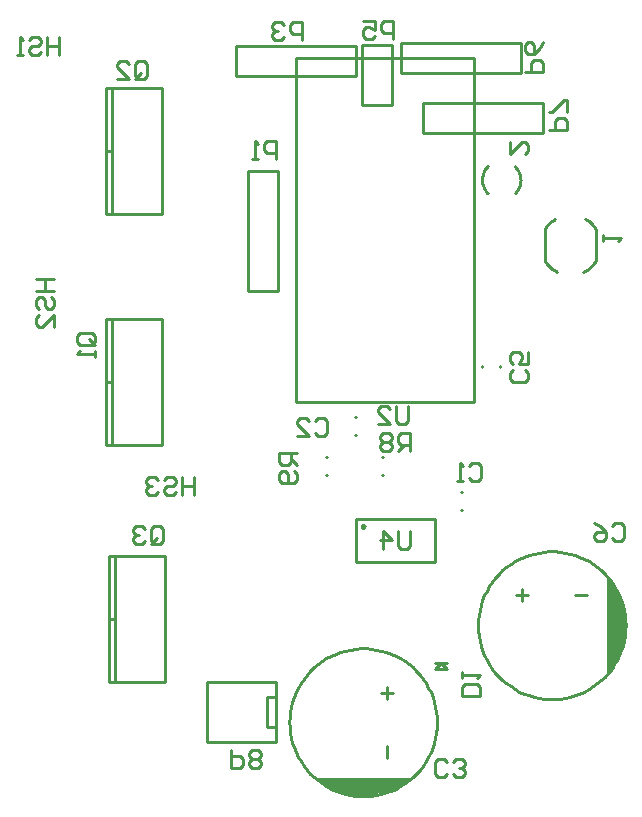
<source format=gbo>
%FSTAX24Y24*%
%MOIN*%
%SFA1B1*%

%IPPOS*%
%ADD40C,0.010000*%
%LNpcb-1*%
%LPD*%
G36*
X034092Y01886D02*
X03398D01*
X03379Y01867*
X0336*
X03348Y01855*
X03319*
X033095Y018455*
X032324*
X03224Y01854*
X03193*
X03179Y01868*
X0316*
X03144Y01884*
X031327*
X03113Y019037*
X03427*
X034092Y01886*
G37*
G36*
X04104Y025542D02*
Y02543D01*
X04123Y02524*
Y02505*
X04135Y02493*
Y02464*
X041444Y024545*
Y023774*
X04136Y02369*
Y02338*
X04122Y02324*
Y02305*
X04106Y02289*
Y022777*
X040862Y02258*
Y02572*
X04104Y025542*
G37*
G54D40*
X03274Y02745D02*
D01*
X032739Y027453*
X032739Y027456*
X032738Y02746*
X032738Y027463*
X032736Y027467*
X032735Y02747*
X032734Y027473*
X032732Y027476*
X03273Y027479*
X032728Y027482*
X032725Y027484*
X032723Y027487*
X03272Y027489*
X032717Y027491*
X032715Y027493*
X032711Y027494*
X032708Y027496*
X032705Y027497*
X032702Y027498*
X032698Y027499*
X032695Y027499*
X032691Y027499*
X032688*
X032684Y027499*
X032681Y027499*
X032677Y027498*
X032674Y027497*
X032671Y027496*
X032668Y027494*
X032665Y027493*
X032662Y027491*
X032659Y027489*
X032656Y027487*
X032654Y027484*
X032651Y027482*
X032649Y027479*
X032647Y027476*
X032645Y027473*
X032644Y02747*
X032643Y027467*
X032641Y027463*
X032641Y02746*
X03264Y027456*
X03264Y027453*
X03264Y02745*
X03264Y027446*
X03264Y027443*
X032641Y027439*
X032641Y027436*
X032643Y027432*
X032644Y027429*
X032645Y027426*
X032647Y027423*
X032649Y02742*
X032651Y027417*
X032654Y027415*
X032656Y027412*
X032659Y02741*
X032662Y027408*
X032665Y027406*
X032668Y027405*
X032671Y027403*
X032674Y027402*
X032677Y027401*
X032681Y0274*
X032684Y0274*
X032688Y0274*
X032691*
X032695Y0274*
X032698Y0274*
X032702Y027401*
X032705Y027402*
X032708Y027403*
X032711Y027405*
X032715Y027406*
X032717Y027408*
X03272Y02741*
X032723Y027412*
X032725Y027415*
X032728Y027417*
X03273Y02742*
X032732Y027423*
X032734Y027426*
X032735Y027429*
X032736Y027432*
X032738Y027436*
X032738Y027439*
X032739Y027443*
X032739Y027446*
X03274Y02745*
X040445Y037371D02*
D01*
X040406Y037429*
X040362Y037483*
X040314Y037535*
X040263Y037583*
X040209Y037628*
X040152Y037668*
X040097Y037702*
X039102D02*
D01*
X039043Y037666*
X038986Y037625*
X038932Y03758*
X038881Y037532*
X038834Y03748*
X038791Y037425*
X038754Y037371*
Y036289D02*
D01*
X038793Y036232*
X038837Y036177*
X038885Y036125*
X038936Y036077*
X03899Y036033*
X039047Y035992*
X039107Y035956*
X039169Y035923*
X039171Y035922*
X040028D02*
D01*
X040091Y035955*
X040151Y035991*
X040208Y036032*
X040262Y036076*
X040313Y036124*
X040361Y036175*
X040404Y03623*
X040444Y036288*
X040445Y036289*
X036847Y039452D02*
D01*
X036816Y03942*
X036788Y039385*
X036763Y039348*
X036739Y03931*
X036719Y03927*
X036702Y039229*
X036687Y039187*
X036676Y039144*
X036667Y0391*
X036662Y039055*
X036659Y039011*
X03666Y038966*
X036664Y038921*
X036671Y038877*
X036681Y038834*
X036694Y038791*
X03671Y038749*
X036729Y038709*
X036751Y03867*
X036775Y038632*
X036802Y038597*
X036831Y038563*
X036847Y038547*
X037752D02*
D01*
X037783Y038579*
X037811Y038614*
X037836Y038651*
X03786Y038689*
X03788Y038729*
X037897Y03877*
X037912Y038812*
X037923Y038855*
X037932Y038899*
X037937Y038944*
X03794Y038988*
X037939Y039033*
X037935Y039078*
X037928Y039122*
X037918Y039165*
X037905Y039208*
X037889Y03925*
X03787Y03929*
X037848Y039329*
X037824Y039367*
X037797Y039402*
X037768Y039436*
X037752Y039452*
X03516Y020915D02*
D01*
X035154Y021087*
X035136Y021258*
X035106Y021427*
X035065Y021593*
X035012Y021757*
X034947Y021916*
X034872Y02207*
X034786Y022219*
X03469Y022362*
X034584Y022497*
X03447Y022625*
X034346Y022744*
X034214Y022854*
X034075Y022955*
X03393Y023046*
X033778Y023127*
X033621Y023197*
X03346Y023255*
X033295Y023303*
X033127Y023338*
X032957Y023362*
X032785Y023374*
X032614*
X032442Y023362*
X032272Y023338*
X032104Y023303*
X031939Y023255*
X031778Y023197*
X031621Y023127*
X031469Y023046*
X031324Y022955*
X031185Y022854*
X031053Y022744*
X030929Y022625*
X030815Y022497*
X030709Y022362*
X030613Y022219*
X030527Y02207*
X030452Y021916*
X030387Y021757*
X030334Y021593*
X030293Y021427*
X030263Y021258*
X030245Y021087*
X030239Y020915*
X030245Y020744*
X030263Y020573*
X030293Y020404*
X030334Y020237*
X030387Y020074*
X030452Y019914*
X030527Y01976*
X030613Y019611*
X030709Y019469*
X030815Y019334*
X030929Y019206*
X031053Y019087*
X031185Y018976*
X031324Y018875*
X031469Y018784*
X031621Y018704*
X031778Y018634*
X031939Y018575*
X032104Y018528*
X032272Y018492*
X032442Y018468*
X032614Y018456*
X032785*
X032957Y018468*
X033127Y018492*
X033295Y018528*
X03346Y018575*
X033621Y018634*
X033778Y018704*
X03393Y018784*
X034075Y018875*
X034214Y018976*
X034346Y019087*
X03447Y019206*
X034584Y019334*
X03469Y019469*
X034786Y019611*
X034872Y01976*
X034947Y019914*
X035012Y020074*
X035065Y020237*
X035106Y020404*
X035136Y020573*
X035154Y020744*
X03516Y020915*
X041444Y02415D02*
D01*
X041438Y024321*
X04142Y024492*
X041391Y024661*
X041349Y024828*
X041296Y024991*
X041232Y02515*
X041156Y025305*
X04107Y025453*
X040974Y025596*
X040869Y025731*
X040754Y025859*
X04063Y025978*
X040499Y026089*
X04036Y026189*
X040214Y02628*
X040062Y026361*
X039906Y026431*
X039744Y02649*
X039579Y026537*
X039411Y026573*
X039241Y026597*
X03907Y026609*
X038898*
X038727Y026597*
X038556Y026573*
X038388Y026537*
X038223Y02649*
X038062Y026431*
X037905Y026361*
X037753Y02628*
X037608Y026189*
X037469Y026089*
X037337Y025978*
X037214Y025859*
X037099Y025731*
X036993Y025596*
X036897Y025453*
X036811Y025305*
X036736Y02515*
X036672Y024991*
X036618Y024828*
X036577Y024661*
X036547Y024492*
X036529Y024321*
X036523Y02415*
X036529Y023978*
X036547Y023807*
X036577Y023638*
X036618Y023471*
X036672Y023308*
X036736Y023149*
X036811Y022994*
X036897Y022846*
X036993Y022703*
X037099Y022568*
X037214Y02244*
X037337Y022321*
X037469Y02221*
X037608Y02211*
X037753Y022019*
X037905Y021938*
X038062Y021868*
X038223Y021809*
X038388Y021762*
X038556Y021726*
X038727Y021702*
X038898Y02169*
X03907*
X039241Y021702*
X039411Y021726*
X039579Y021762*
X039744Y021809*
X039906Y021868*
X040062Y021938*
X040214Y022019*
X04036Y02211*
X040499Y02221*
X04063Y022321*
X040754Y02244*
X040869Y022568*
X040974Y022703*
X04107Y022846*
X041156Y022994*
X041232Y023149*
X041296Y023308*
X041349Y023471*
X041391Y023638*
X04142Y023807*
X041438Y023978*
X041444Y02415*
X02948Y02175D02*
X02978D01*
X02948Y02075D02*
Y02175D01*
Y02075D02*
X02978D01*
Y02025D02*
Y02225D01*
X02748D02*
X02978D01*
X02748Y02025D02*
Y02225D01*
Y02025D02*
X02978D01*
X03665Y032746D02*
Y032786D01*
X03725Y032746D02*
Y032786D01*
X024227Y022243D02*
X026078D01*
X024227Y026456D02*
X026078D01*
Y022243D02*
Y026456D01*
X024227Y022243D02*
Y026456D01*
X024424Y022243D02*
Y026456D01*
X024227Y02435D02*
X024424D01*
X0387Y04055D02*
Y04155D01*
X0347D02*
X0387D01*
X0347Y04055D02*
X0387D01*
X0347D02*
Y04155D01*
X03508Y026253D02*
Y0277D01*
X03244Y026253D02*
Y0277D01*
X03508*
X03244Y026253D02*
X03508D01*
X0353Y0229D02*
X0355Y0227D01*
X0351D02*
X0355D01*
X0351D02*
X0353Y0229D01*
X0351D02*
X0355D01*
X024127Y037843D02*
X025978D01*
X024127Y042056D02*
X025978D01*
Y037843D02*
Y042056D01*
X024127Y037843D02*
Y042056D01*
X024324Y037843D02*
Y042056D01*
X024127Y03995D02*
X024324D01*
X024127Y030143D02*
X025978D01*
X024127Y034356D02*
X025978D01*
Y030143D02*
Y034356D01*
X024127Y030143D02*
Y034356D01*
X024324Y030143D02*
Y034356D01*
X024127Y03225D02*
X024324D01*
X040445Y036289D02*
Y037371D01*
X038754Y036289D02*
Y037371D01*
X03795Y04255D02*
Y04355D01*
X03395D02*
X03795D01*
X03395Y04255D02*
X03795D01*
X03395D02*
Y04355D01*
X0364Y0316D02*
Y04305D01*
X03045D02*
X0364D01*
X03045Y0316D02*
Y04305D01*
Y0316D02*
X0364D01*
X028857Y0353D02*
X029842D01*
Y0393*
X028857D02*
X029842D01*
X028857Y0353D02*
Y0393D01*
X03265Y0435D02*
X03365D01*
X03265Y0415D02*
Y0435D01*
Y0415D02*
X03365D01*
Y0435*
X033313Y02975D02*
X033353D01*
X033313Y02915D02*
X033353D01*
X031463Y02975D02*
X031503D01*
X031463Y02915D02*
X031503D01*
X035946Y0286D02*
X035986D01*
X035946Y028D02*
X035986D01*
X03113Y019037D02*
X03427D01*
X033303Y0219D02*
X033703D01*
X033503Y0217D02*
Y0221D01*
Y019731D02*
Y020131D01*
X039768Y02515D02*
X040168D01*
X0378D02*
X0382D01*
X038Y02495D02*
Y02535D01*
X040862Y02258D02*
Y02572D01*
X02845Y04245D02*
Y04345D01*
Y04245D02*
X03245D01*
X02845Y04345D02*
X03245D01*
Y04245D02*
Y04345D01*
X032413Y0305D02*
X032453D01*
X032413Y0311D02*
X032453D01*
X038099Y032649D02*
X038199Y032549D01*
Y032349*
X038099Y03225*
X037699*
X0376Y032349*
Y032549*
X037699Y032649*
X038199Y033249D02*
Y032849D01*
X037899*
X037999Y033049*
Y033149*
X037899Y033249*
X037699*
X0376Y033149*
Y032949*
X037699Y032849*
X02563Y026959D02*
Y027359D01*
X02573Y027459*
X02593*
X02603Y027359*
Y026959*
X02593Y02686*
X02573*
X02583Y027059D02*
X02563Y02686D01*
X02573D02*
X02563Y026959D01*
X02543Y027359D02*
X02533Y027459D01*
X02513*
X02503Y027359*
Y027259*
X02513Y027159*
X02523*
X02513*
X02503Y027059*
Y026959*
X02513Y02686*
X02533*
X02543Y026959*
X02706Y029089D02*
Y02849D01*
Y028789*
X02666*
Y029089*
Y02849*
X02606Y028989D02*
X02616Y029089D01*
X02636*
X02646Y028989*
Y028889*
X02636Y028789*
X02616*
X02606Y028689*
Y028589*
X02616Y02849*
X02636*
X02646Y028589*
X02586Y028989D02*
X02576Y029089D01*
X02556*
X02546Y028989*
Y028889*
X02556Y028789*
X02566*
X02556*
X02546Y028689*
Y028589*
X02556Y02849*
X02576*
X02586Y028589*
X0283Y02D02*
Y0194D01*
X028599*
X028699Y0195*
Y0197*
X028599Y0198*
X0283*
X028899Y0195D02*
X028999Y0194D01*
X029199*
X029299Y0195*
Y0196*
X029199Y0197*
X029299Y0198*
Y0199*
X029199Y02*
X028999*
X028899Y0199*
Y0198*
X028999Y0197*
X028899Y0196*
Y0195*
X028999Y0197D02*
X029199D01*
X03425Y027299D02*
Y026799D01*
X03415Y0267*
X03395*
X03385Y026799*
Y027299*
X03335Y0267D02*
Y027299D01*
X03365Y026999*
X03325*
X0342Y031449D02*
Y030949D01*
X0341Y03085*
X0339*
X0338Y030949*
Y031449*
X0332Y03085D02*
X0336D01*
X0332Y031249*
Y031349*
X0333Y031449*
X0335*
X0336Y031349*
X0305Y0299D02*
X0299D01*
Y0296*
X03Y0295*
X0302*
X0303Y0296*
Y0299*
Y0297D02*
X0305Y0295D01*
X0304Y0293D02*
X0305Y0292D01*
Y029*
X0304Y0289*
X03*
X0299Y029*
Y0292*
X03Y0293*
X0301*
X0302Y0292*
Y0289*
X03425Y02995D02*
Y030549D01*
X03395*
X03385Y030449*
Y030249*
X03395Y030149*
X03425*
X03405D02*
X03385Y02995D01*
X03365Y030449D02*
X03355Y030549D01*
X03335*
X03325Y030449*
Y030349*
X03335Y030249*
X03325Y030149*
Y030049*
X03335Y02995*
X03355*
X03365Y030049*
Y030149*
X03355Y030249*
X03365Y030349*
Y030449*
X03355Y030249D02*
X03335D01*
X0251Y042446D02*
Y042846D01*
X0252Y042945*
X0254*
X0255Y042846*
Y042446*
X0254Y042346*
X0252*
X0253Y042546D02*
X0251Y042346D01*
X0252D02*
X0251Y042446D01*
X0245Y042346D02*
X0249D01*
X0245Y042746*
Y042846*
X0246Y042945*
X0248*
X0249Y042846*
X02365Y0335D02*
X02325D01*
X02315Y0336*
Y0338*
X02325Y0339*
X02365*
X02375Y0338*
Y0336*
X02355Y0337D02*
X02375Y0335D01*
Y0336D02*
X02365Y0335D01*
X02375Y0333D02*
Y0331D01*
Y0332*
X02315*
X02325Y0333*
X0389Y04065D02*
X039499D01*
Y040949*
X039399Y041049*
X039199*
X039099Y040949*
Y04065*
X039499Y041249D02*
Y041649D01*
X039399*
X038999Y041249*
X0389*
X0381Y0426D02*
X038699D01*
Y042899*
X038599Y042999*
X038399*
X038299Y042899*
Y0426*
X038699Y043599D02*
X038599Y043399D01*
X038399Y043199*
X038199*
X0381Y043299*
Y043499*
X038199Y043599*
X038299*
X038399Y043499*
Y043199*
X0337Y0437D02*
Y044299D01*
X0334*
X0333Y044199*
Y043999*
X0334Y043899*
X0337*
X0327Y044299D02*
X0331D01*
Y043999*
X0329Y044099*
X0328*
X0327Y043999*
Y043799*
X0328Y0437*
X033*
X0331Y043799*
X03065Y04365D02*
Y044249D01*
X03035*
X03025Y044149*
Y043949*
X03035Y043849*
X03065*
X03005Y044149D02*
X02995Y044249D01*
X02975*
X02965Y044149*
Y044049*
X02975Y043949*
X02985*
X02975*
X02965Y043849*
Y043749*
X02975Y04365*
X02995*
X03005Y043749*
X02979Y0397D02*
Y040299D01*
X02949*
X02939Y040199*
Y039999*
X02949Y039899*
X02979*
X02919Y0397D02*
X02899D01*
X02909*
Y040299*
X02919Y040199*
X036599Y0218D02*
X036D01*
Y022099*
X036099Y022199*
X036499*
X036599Y022099*
Y0218*
X036Y022399D02*
Y022599D01*
Y022499*
X036599*
X036499Y022399*
X035499Y0192D02*
X035399Y0191D01*
X035199*
X0351Y0192*
Y0196*
X035199Y0197*
X035399*
X035499Y0196*
X035699Y0192D02*
X035799Y0191D01*
X035999*
X036099Y0192*
Y0193*
X035999Y0194*
X035899*
X035999*
X036099Y0195*
Y0196*
X035999Y0197*
X035799*
X035699Y0196*
X0311Y030949D02*
X0312Y031049D01*
X0314*
X0315Y030949*
Y030549*
X0314Y03045*
X0312*
X0311Y030549*
X0305Y03045D02*
X0309D01*
X0305Y030849*
Y030949*
X0306Y031049*
X0308*
X0309Y030949*
X03621Y029449D02*
X03631Y029549D01*
X03651*
X03661Y029449*
Y029049*
X03651Y02895*
X03631*
X03621Y029049*
X03601Y02895D02*
X03581D01*
X03591*
Y029549*
X03601Y029449*
X0376Y040249D02*
Y03985D01*
X037999Y040249*
X038099*
X038199Y040149*
Y039949*
X038099Y03985*
X0407Y03695D02*
Y037149D01*
Y037049*
X041299*
X041199Y03695*
X02255Y043749D02*
Y04315D01*
Y043449*
X02215*
Y043749*
Y04315*
X02155Y043649D02*
X02165Y043749D01*
X02185*
X02195Y043649*
Y043549*
X02185Y043449*
X02165*
X02155Y043349*
Y043249*
X02165Y04315*
X02185*
X02195Y043249*
X02135Y04315D02*
X02115D01*
X02125*
Y043749*
X02135Y043649*
X0218Y0357D02*
X0224D01*
X0221*
Y0353*
X0218*
X0224*
X0219Y0347D02*
X0218Y0348D01*
Y035*
X0219Y0351*
X022*
X0221Y035*
Y0348*
X0222Y0347*
X0223*
X0224Y0348*
Y035*
X0223Y0351*
X0224Y0341D02*
Y0345D01*
X022Y0341*
X0219*
X0218Y0342*
Y0344*
X0219Y0345*
X04099Y027459D02*
X04109Y027559D01*
X04129*
X04139Y027459*
Y027059*
X04129Y02696*
X04109*
X04099Y027059*
X04039Y027559D02*
X04059Y027459D01*
X04079Y027259*
Y027059*
X04069Y02696*
X04049*
X04039Y027059*
Y027159*
X04049Y027259*
X04079*
M02*
</source>
